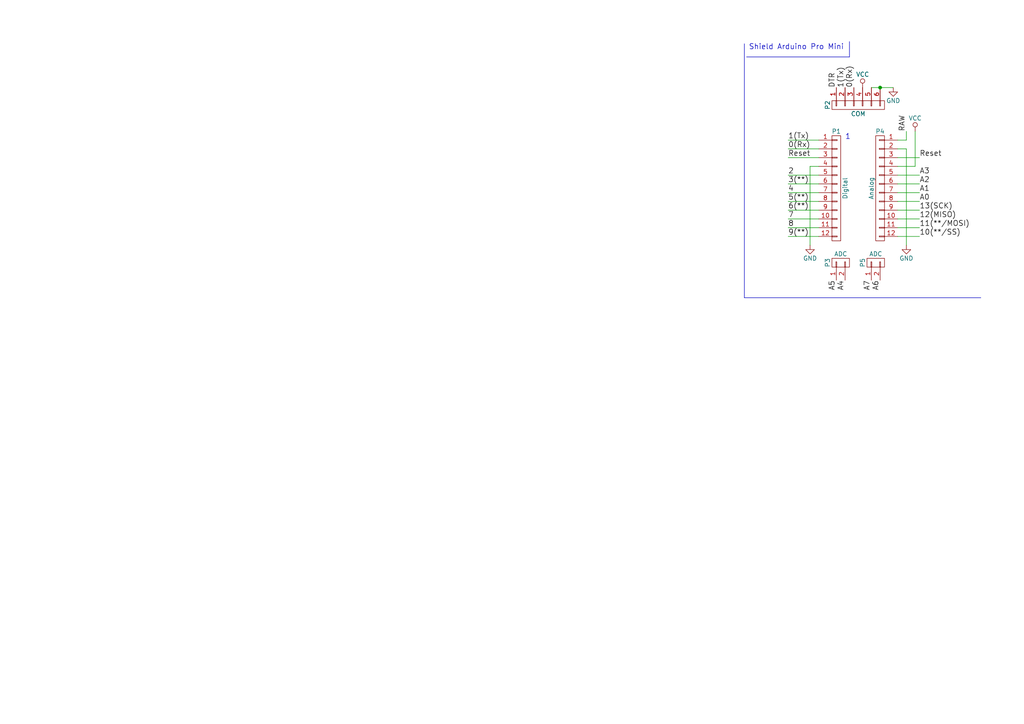
<source format=kicad_sch>
(kicad_sch (version 20230121) (generator eeschema)
  (paper "A4")
  (title_block (date "sam. 04 avril 2015"))
  (lib_symbols
    (symbol "Arduino_Pro_Mini-rescue:CONN_01X02" (pin_names (offset 1.016) hide)
      (property "Reference" "P" (at 0 3.81 0))
      (property "Value" "CONN_01X02" (at 2.54 0 90))
      (symbol "CONN_01X02_0_1"
        (rectangle (start -1.27 -1.143) (end 0.254 -1.397))
        (rectangle (start -1.27 1.397) (end 0.254 1.143))
        (rectangle (start -1.27 2.54) (end 1.27 -2.54))
      )
      (symbol "CONN_01X02_1_1"
        (pin passive line (at -5.08 1.27 0) (length 3.81) (name "P1") (number "1"))
        (pin passive line (at -5.08 -1.27 0) (length 3.81) (name "P2") (number "2"))
      )
    )
    (symbol "Arduino_Pro_Mini-rescue:CONN_01X06" (pin_names (offset 1.016) hide)
      (property "Reference" "P" (at 0 8.89 0))
      (property "Value" "CONN_01X06" (at 2.54 0 90))
      (symbol "CONN_01X06_0_1"
        (rectangle (start -1.27 -6.223) (end 0.254 -6.477))
        (rectangle (start -1.27 -3.683) (end 0.254 -3.937))
        (rectangle (start -1.27 -1.143) (end 0.254 -1.397))
        (rectangle (start -1.27 1.397) (end 0.254 1.143))
        (rectangle (start -1.27 3.937) (end 0.254 3.683))
        (rectangle (start -1.27 6.477) (end 0.254 6.223))
        (rectangle (start -1.27 7.62) (end 1.27 -7.62))
      )
      (symbol "CONN_01X06_1_1"
        (pin passive line (at -5.08 6.35 0) (length 3.81) (name "P1") (number "1"))
        (pin passive line (at -5.08 3.81 0) (length 3.81) (name "P2") (number "2"))
        (pin passive line (at -5.08 1.27 0) (length 3.81) (name "P3") (number "3"))
        (pin passive line (at -5.08 -1.27 0) (length 3.81) (name "P4") (number "4"))
        (pin passive line (at -5.08 -3.81 0) (length 3.81) (name "P5") (number "5"))
        (pin passive line (at -5.08 -6.35 0) (length 3.81) (name "P6") (number "6"))
      )
    )
    (symbol "Arduino_Pro_Mini-rescue:CONN_01X12" (pin_names (offset 1.016) hide)
      (property "Reference" "P" (at 0 16.51 0))
      (property "Value" "CONN_01X12" (at 2.54 0 90))
      (symbol "CONN_01X12_0_1"
        (rectangle (start -1.27 -15.24) (end 1.27 15.24))
        (rectangle (start -1.27 -13.843) (end 0.254 -14.097))
        (rectangle (start -1.27 -11.303) (end 0.254 -11.557))
        (rectangle (start -1.27 -8.763) (end 0.254 -9.017))
        (rectangle (start -1.27 -6.223) (end 0.254 -6.477))
        (rectangle (start -1.27 -3.683) (end 0.254 -3.937))
        (rectangle (start -1.27 -1.143) (end 0.254 -1.397))
        (rectangle (start -1.27 1.397) (end 0.254 1.143))
        (rectangle (start -1.27 3.937) (end 0.254 3.683))
        (rectangle (start -1.27 6.477) (end 0.254 6.223))
        (rectangle (start -1.27 9.017) (end 0.254 8.763))
        (rectangle (start -1.27 11.557) (end 0.254 11.303))
        (rectangle (start -1.27 14.097) (end 0.254 13.843))
      )
      (symbol "CONN_01X12_1_1"
        (pin passive line (at -5.08 13.97 0) (length 3.81) (name "P1") (number "1"))
        (pin passive line (at -5.08 -8.89 0) (length 3.81) (name "P10") (number "10"))
        (pin passive line (at -5.08 -11.43 0) (length 3.81) (name "P11") (number "11"))
        (pin passive line (at -5.08 -13.97 0) (length 3.81) (name "P12") (number "12"))
        (pin passive line (at -5.08 11.43 0) (length 3.81) (name "P2") (number "2"))
        (pin passive line (at -5.08 8.89 0) (length 3.81) (name "P3") (number "3"))
        (pin passive line (at -5.08 6.35 0) (length 3.81) (name "P4") (number "4"))
        (pin passive line (at -5.08 3.81 0) (length 3.81) (name "P5") (number "5"))
        (pin passive line (at -5.08 1.27 0) (length 3.81) (name "P6") (number "6"))
        (pin passive line (at -5.08 -1.27 0) (length 3.81) (name "P7") (number "7"))
        (pin passive line (at -5.08 -3.81 0) (length 3.81) (name "P8") (number "8"))
        (pin passive line (at -5.08 -6.35 0) (length 3.81) (name "P9") (number "9"))
      )
    )
    (symbol "Arduino_Pro_Mini-rescue:GND" (power) (pin_names (offset 0))
      (property "Value" "GND" (at 0 -3.81 0))
      (symbol "GND_0_1"
        (polyline (pts (xy 0 0) (xy 0 -1.27) (xy 1.27 -1.27) (xy 0 -2.54) (xy -1.27 -1.27) (xy 0 -1.27)))
      )
      (symbol "GND_1_1"
        (pin power_in line (at 0 0 270) (length 0) hide (name "GND") (number "1"))
      )
    )
    (symbol "Arduino_Pro_Mini-rescue:VCC" (power) (pin_names (offset 0))
      (property "Value" "VCC" (at 0 3.81 0))
      (symbol "VCC_0_1"
        (polyline (pts (xy 0 0) (xy 0 1.27)))
        (circle (center 0 1.905) (radius 0.635))
      )
      (symbol "VCC_1_1"
        (pin power_in line (at 0 0 90) (length 0) hide (name "VCC") (number "1"))
      )
    )
  )
  (junction (at 255.27 25.4))
  (wire (pts (xy 260.35 68.58) (xy 266.7 68.58)))
  (wire (pts (xy 237.49 68.58) (xy 228.6 68.58)))
  (wire (pts (xy 262.89 40.64) (xy 260.35 40.64)))
  (wire (pts (xy 260.35 43.18) (xy 262.89 43.18)))
  (wire (pts (xy 260.35 45.72) (xy 266.7 45.72)))
  (wire (pts (xy 260.35 63.5) (xy 266.7 63.5)))
  (wire (pts (xy 266.7 50.8) (xy 260.35 50.8)))
  (wire (pts (xy 266.7 66.04) (xy 260.35 66.04)))
  (wire (pts (xy 260.35 58.42) (xy 266.7 58.42)))
  (wire (pts (xy 265.43 48.26) (xy 265.43 38.1)))
  (wire (pts (xy 228.6 50.8) (xy 237.49 50.8)))
  (wire (pts (xy 237.49 55.88) (xy 228.6 55.88)))
  (polyline (pts (xy 215.9 86.36) (xy 215.9 12.7)))
  (wire (pts (xy 262.89 43.18) (xy 262.89 71.12)))
  (wire (pts (xy 237.49 66.04) (xy 228.6 66.04)))
  (wire (pts (xy 266.7 60.96) (xy 260.35 60.96)))
  (wire (pts (xy 262.89 38.1) (xy 262.89 40.64)))
  (wire (pts (xy 260.35 48.26) (xy 265.43 48.26)))
  (wire (pts (xy 228.6 58.42) (xy 237.49 58.42)))
  (wire (pts (xy 266.7 55.88) (xy 260.35 55.88)))
  (wire (pts (xy 237.49 48.26) (xy 234.95 48.26)))
  (wire (pts (xy 234.95 48.26) (xy 234.95 71.12)))
  (wire (pts (xy 260.35 53.34) (xy 266.7 53.34)))
  (wire (pts (xy 237.49 40.64) (xy 228.6 40.64)))
  (wire (pts (xy 228.6 63.5) (xy 237.49 63.5)))
  (wire (pts (xy 237.49 45.72) (xy 228.6 45.72)))
  (polyline (pts (xy 284.48 86.36) (xy 215.9 86.36)))
  (wire (pts (xy 255.27 25.4) (xy 259.08 25.4)))
  (wire (pts (xy 228.6 43.18) (xy 237.49 43.18)))
  (wire (pts (xy 237.49 60.96) (xy 228.6 60.96)))
  (wire (pts (xy 237.49 53.34) (xy 228.6 53.34)))
  (polyline (pts (xy 246.38 16.51) (xy 246.38 12.065)))
  (polyline (pts (xy 216.535 16.51) (xy 246.38 16.51)))
  (wire (pts (xy 252.73 25.4) (xy 255.27 25.4)))
  (text "Shield Arduino Pro Mini \n" (at 217.17 14.605 0) (effects (font (size 1.524 1.524)) (justify left bottom)))
  (text "1" (at 245.11 40.64 0) (effects (font (size 1.524 1.524)) (justify left bottom)))
  (label "RAW" (at 262.89 38.1 90) (effects (font (size 1.524 1.524))))
  (label "1(Tx)" (at 228.6 40.64 0) (effects (font (size 1.524 1.524))))
  (label "1(Tx)" (at 245.11 25.4 90) (effects (font (size 1.524 1.524))))
  (label "11(**/MOSI)" (at 266.7 66.04 0) (effects (font (size 1.524 1.524))))
  (label "DTR" (at 242.57 25.4 90) (effects (font (size 1.524 1.524))))
  (label "2" (at 228.6 50.8 0) (effects (font (size 1.524 1.524))))
  (label "4" (at 228.6 55.88 0) (effects (font (size 1.524 1.524))))
  (label "A5" (at 242.57 81.28 270) (effects (font (size 1.524 1.524))))
  (label "10(**/SS)" (at 266.7 68.58 0) (effects (font (size 1.524 1.524))))
  (label "Reset" (at 228.6 45.72 0) (effects (font (size 1.524 1.524))))
  (label "A4" (at 245.11 81.28 270) (effects (font (size 1.524 1.524))))
  (label "A1" (at 266.7 55.88 0) (effects (font (size 1.524 1.524))))
  (label "12(MISO)" (at 266.7 63.5 0) (effects (font (size 1.524 1.524))))
  (label "5(**)" (at 228.6 58.42 0) (effects (font (size 1.524 1.524))))
  (label "A3" (at 266.7 50.8 0) (effects (font (size 1.524 1.524))))
  (label "3(**)" (at 228.6 53.34 0) (effects (font (size 1.524 1.524))))
  (label "Reset" (at 266.7 45.72 0) (effects (font (size 1.524 1.524))))
  (label "A7" (at 252.73 81.28 270) (effects (font (size 1.524 1.524))))
  (label "6(**)" (at 228.6 60.96 0) (effects (font (size 1.524 1.524))))
  (label "0(Rx)" (at 247.65 25.4 90) (effects (font (size 1.524 1.524))))
  (label "A0" (at 266.7 58.42 0) (effects (font (size 1.524 1.524))))
  (label "9(**)" (at 228.6 68.58 0) (effects (font (size 1.524 1.524))))
  (label "13(SCK)" (at 266.7 60.96 0) (effects (font (size 1.524 1.524))))
  (label "A2" (at 266.7 53.34 0) (effects (font (size 1.524 1.524))))
  (label "0(Rx)" (at 228.6 43.18 0) (effects (font (size 1.524 1.524))))
  (label "8" (at 228.6 66.04 0) (effects (font (size 1.524 1.524))))
  (label "A6" (at 255.27 81.28 270) (effects (font (size 1.524 1.524))))
  (label "7" (at 228.6 63.5 0) (effects (font (size 1.524 1.524))))
  (symbol (lib_id "Arduino_Pro_Mini-rescue:CONN_01X02") (at 243.84 76.2 90) (unit 1)
    (property "Reference" "P3" (at 240.03 76.2 0))
    (property "Value" "ADC" (at 243.84 73.66 90))
    (property "Footprint" "Socket_Arduino_Pro_Mini:Socket_Strip_Arduino_1x02" (effects hide))
  )
  (symbol (lib_id "Arduino_Pro_Mini-rescue:CONN_01X02") (at 254 76.2 90) (unit 1)
    (property "Reference" "P5" (at 250.19 76.2 0))
    (property "Value" "ADC" (at 254 73.66 90))
    (property "Footprint" "Socket_Arduino_Pro_Mini:Socket_Strip_Arduino_1x02" (effects hide))
  )
  (symbol (lib_id "Arduino_Pro_Mini-rescue:CONN_01X06") (at 248.92 30.48 90) (mirror x) (unit 1)
    (property "Reference" "P2" (at 240.03 30.48 0))
    (property "Value" "COM" (at 248.92 33.02 90))
    (property "Footprint" "Socket_Arduino_Pro_Mini:Socket_Strip_Arduino_1x06" (effects hide))
  )
  (symbol (lib_id "Arduino_Pro_Mini-rescue:GND") (at 259.08 25.4 0) (unit 1)
    (property "Reference" "#PWR01" (effects hide))
    (property "Value" "GND" (at 259.08 29.21 0))
  )
  (symbol (lib_id "Arduino_Pro_Mini-rescue:VCC") (at 250.19 25.4 0) (unit 1)
    (property "Reference" "#PWR02" (effects hide))
    (property "Value" "VCC" (at 250.19 21.59 0))
  )
  (symbol (lib_id "Arduino_Pro_Mini-rescue:CONN_01X12") (at 242.57 54.61 0) (unit 1)
    (property "Reference" "P1" (at 242.57 38.1 0))
    (property "Value" "Digital" (at 245.11 54.61 90))
    (property "Footprint" "Socket_Arduino_Pro_Mini:Socket_Strip_Arduino_1x12" (effects hide))
  )
  (symbol (lib_id "Arduino_Pro_Mini-rescue:CONN_01X12") (at 255.27 54.61 0) (mirror y) (unit 1)
    (property "Reference" "P4" (at 255.27 38.1 0))
    (property "Value" "Analog" (at 252.73 54.61 90))
    (property "Footprint" "Socket_Arduino_Pro_Mini:Socket_Strip_Arduino_1x12" (effects hide))
  )
  (symbol (lib_id "Arduino_Pro_Mini-rescue:GND") (at 234.95 71.12 0) (unit 1)
    (property "Reference" "#PWR03" (effects hide))
    (property "Value" "GND" (at 234.95 74.93 0))
  )
  (symbol (lib_id "Arduino_Pro_Mini-rescue:GND") (at 262.89 71.12 0) (unit 1)
    (property "Reference" "#PWR04" (effects hide))
    (property "Value" "GND" (at 262.89 74.93 0))
  )
  (symbol (lib_id "Arduino_Pro_Mini-rescue:VCC") (at 265.43 38.1 0) (unit 1)
    (property "Reference" "#PWR05" (effects hide))
    (property "Value" "VCC" (at 265.43 34.29 0))
  )
)
</source>
